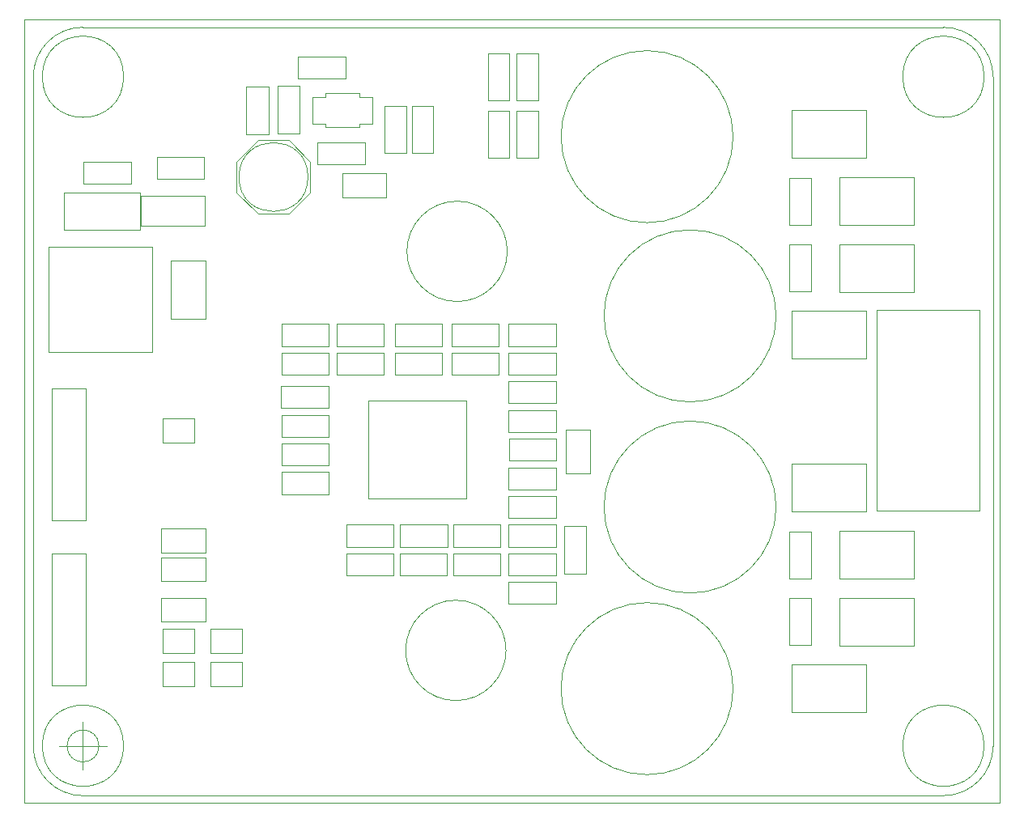
<source format=gbr>
%TF.GenerationSoftware,KiCad,Pcbnew,(6.0.0)*%
%TF.CreationDate,2022-01-08T20:11:28+01:00*%
%TF.ProjectId,ma12070p_amp_v06,6d613132-3037-4307-905f-616d705f7630,rev?*%
%TF.SameCoordinates,Original*%
%TF.FileFunction,Other,User*%
%FSLAX45Y45*%
G04 Gerber Fmt 4.5, Leading zero omitted, Abs format (unit mm)*
G04 Created by KiCad (PCBNEW (6.0.0)) date 2022-01-08 20:11:28*
%MOMM*%
%LPD*%
G01*
G04 APERTURE LIST*
%TA.AperFunction,Profile*%
%ADD10C,0.050000*%
%TD*%
%ADD11C,0.050000*%
G04 APERTURE END LIST*
D10*
X10980000Y-11900000D02*
G75*
G03*
X11500000Y-12420000I520000J0D01*
G01*
X20500000Y-12419376D02*
G75*
G03*
X21019375Y-11899375I0J519376D01*
G01*
X11500000Y-4380000D02*
G75*
G03*
X10980000Y-4900000I0J-520000D01*
G01*
X21019375Y-4900000D02*
G75*
G03*
X20500000Y-4380625I-519375J0D01*
G01*
X21019375Y-4900000D02*
X21019375Y-11899375D01*
X11500000Y-4380000D02*
X20500000Y-4380625D01*
X10980000Y-11900000D02*
X10980000Y-4900000D01*
X20500000Y-12419376D02*
X11500000Y-12420000D01*
D11*
X10890000Y-4298126D02*
X21090000Y-4298126D01*
X21090000Y-4298126D02*
X21090000Y-12498126D01*
X21090000Y-12498126D02*
X10890000Y-12498126D01*
X10890000Y-12498126D02*
X10890000Y-4298126D01*
D10*
X11666667Y-11900000D02*
G75*
G03*
X11666667Y-11900000I-166667J0D01*
G01*
X11250000Y-11900000D02*
X11750000Y-11900000D01*
X11500000Y-11650000D02*
X11500000Y-12150000D01*
D11*
%TO.C,JP10*%
X16800750Y-8590000D02*
X16800750Y-9050000D01*
X16800750Y-8590000D02*
X16550750Y-8590000D01*
X16550750Y-9050000D02*
X16550750Y-8590000D01*
X16550750Y-9050000D02*
X16800750Y-9050000D01*
%TO.C,C27*%
X18910000Y-11050000D02*
X19690000Y-11050000D01*
X19690000Y-11050000D02*
X19690000Y-11550000D01*
X19690000Y-11550000D02*
X18910000Y-11550000D01*
X18910000Y-11550000D02*
X18910000Y-11050000D01*
%TO.C,JP4*%
X12835000Y-11025000D02*
X13165000Y-11025000D01*
X12835000Y-11025000D02*
X12835000Y-11275000D01*
X13165000Y-11275000D02*
X12835000Y-11275000D01*
X13165000Y-11275000D02*
X13165000Y-11025000D01*
%TO.C,C7*%
X14073000Y-7715000D02*
X13577000Y-7715000D01*
X13577000Y-7715000D02*
X13577000Y-7485000D01*
X13577000Y-7485000D02*
X14073000Y-7485000D01*
X14073000Y-7485000D02*
X14073000Y-7715000D01*
%TO.C,C29*%
X16448000Y-9585000D02*
X16448000Y-9815000D01*
X15952000Y-9585000D02*
X16448000Y-9585000D01*
X15952000Y-9815000D02*
X15952000Y-9585000D01*
X16448000Y-9815000D02*
X15952000Y-9815000D01*
%TO.C,CONN4*%
X11170000Y-9537500D02*
X11530000Y-9537500D01*
X11170000Y-8162500D02*
X11170000Y-9537500D01*
X11530000Y-9537500D02*
X11530000Y-8162500D01*
X11530000Y-8162500D02*
X11170000Y-8162500D01*
%TO.C,CIN2*%
X12766750Y-5965000D02*
X12270750Y-5965000D01*
X12270750Y-5735000D02*
X12766750Y-5735000D01*
X12270750Y-5965000D02*
X12270750Y-5735000D01*
X12766750Y-5735000D02*
X12766750Y-5965000D01*
%TO.C,C36*%
X16448000Y-8085000D02*
X16448000Y-8315000D01*
X16448000Y-8315000D02*
X15952000Y-8315000D01*
X15952000Y-8085000D02*
X16448000Y-8085000D01*
X15952000Y-8315000D02*
X15952000Y-8085000D01*
%TO.C,C10*%
X15850000Y-7715000D02*
X15354000Y-7715000D01*
X15850000Y-7485000D02*
X15850000Y-7715000D01*
X15354000Y-7485000D02*
X15850000Y-7485000D01*
X15354000Y-7715000D02*
X15354000Y-7485000D01*
%TO.C,C18*%
X14152000Y-7785000D02*
X14648000Y-7785000D01*
X14152000Y-8015000D02*
X14152000Y-7785000D01*
X14648000Y-7785000D02*
X14648000Y-8015000D01*
X14648000Y-8015000D02*
X14152000Y-8015000D01*
%TO.C,C40*%
X16448000Y-7485000D02*
X16448000Y-7715000D01*
X15952000Y-7715000D02*
X15952000Y-7485000D01*
X15952000Y-7485000D02*
X16448000Y-7485000D01*
X16448000Y-7715000D02*
X15952000Y-7715000D01*
%TO.C,C4*%
X15258000Y-7785000D02*
X15258000Y-8015000D01*
X15258000Y-8015000D02*
X14762000Y-8015000D01*
X14762000Y-8015000D02*
X14762000Y-7785000D01*
X14762000Y-7785000D02*
X15258000Y-7785000D01*
%TO.C,C16*%
X13210000Y-5498000D02*
X13210000Y-5002000D01*
X13210000Y-5002000D02*
X13440000Y-5002000D01*
X13440000Y-5002000D02*
X13440000Y-5498000D01*
X13440000Y-5498000D02*
X13210000Y-5498000D01*
%TO.C,C21*%
X15372000Y-9885000D02*
X15868000Y-9885000D01*
X15868000Y-9885000D02*
X15868000Y-10115000D01*
X15372000Y-10115000D02*
X15372000Y-9885000D01*
X15868000Y-10115000D02*
X15372000Y-10115000D01*
%TO.C,C20*%
X13952000Y-5815000D02*
X13952000Y-5585000D01*
X13952000Y-5585000D02*
X14448000Y-5585000D01*
X14448000Y-5585000D02*
X14448000Y-5815000D01*
X14448000Y-5815000D02*
X13952000Y-5815000D01*
%TO.C,CONN3*%
X11170000Y-11262500D02*
X11530000Y-11262500D01*
X11530000Y-9887500D02*
X11170000Y-9887500D01*
X11530000Y-11262500D02*
X11530000Y-9887500D01*
X11170000Y-9887500D02*
X11170000Y-11262500D01*
%TO.C,CONN2*%
X20880500Y-7340000D02*
X19799500Y-7340000D01*
X20880500Y-9440000D02*
X20880500Y-7340000D01*
X19799500Y-7340000D02*
X19799500Y-9440000D01*
X19799500Y-9440000D02*
X20880500Y-9440000D01*
%TO.C,L2*%
X18300000Y-5525000D02*
G75*
G03*
X18300000Y-5525000I-900000J0D01*
G01*
%TO.C,C23*%
X19410000Y-9650000D02*
X20190000Y-9650000D01*
X20190000Y-9650000D02*
X20190000Y-10150000D01*
X20190000Y-10150000D02*
X19410000Y-10150000D01*
X19410000Y-10150000D02*
X19410000Y-9650000D01*
%TO.C,C42*%
X16765000Y-10098000D02*
X16535000Y-10098000D01*
X16535000Y-9602000D02*
X16765000Y-9602000D01*
X16535000Y-10098000D02*
X16535000Y-9602000D01*
X16765000Y-9602000D02*
X16765000Y-10098000D01*
%TO.C,C34*%
X16450000Y-8685000D02*
X16450000Y-8915000D01*
X15954000Y-8685000D02*
X16450000Y-8685000D01*
X15954000Y-8915000D02*
X15954000Y-8685000D01*
X16450000Y-8915000D02*
X15954000Y-8915000D01*
%TO.C,C15*%
X13765000Y-5491750D02*
X13535000Y-5491750D01*
X13535000Y-4995750D02*
X13765000Y-4995750D01*
X13765000Y-4995750D02*
X13765000Y-5491750D01*
X13535000Y-5491750D02*
X13535000Y-4995750D01*
%TO.C,C25*%
X14748000Y-9885000D02*
X14748000Y-10115000D01*
X14252000Y-9885000D02*
X14748000Y-9885000D01*
X14252000Y-10115000D02*
X14252000Y-9885000D01*
X14748000Y-10115000D02*
X14252000Y-10115000D01*
%TO.C,CONN5*%
X12420000Y-7432500D02*
X12780000Y-7432500D01*
X12780000Y-7432500D02*
X12780000Y-6817500D01*
X12420000Y-6817500D02*
X12420000Y-7432500D01*
X12780000Y-6817500D02*
X12420000Y-6817500D01*
%TO.C,L4*%
X18750000Y-7400000D02*
G75*
G03*
X18750000Y-7400000I-900000J0D01*
G01*
%TO.C,H2*%
X11925000Y-4898126D02*
G75*
G03*
X11925000Y-4898126I-425000J0D01*
G01*
%TO.C,C12*%
X19410000Y-6650000D02*
X20190000Y-6650000D01*
X20190000Y-6650000D02*
X20190000Y-7150000D01*
X20190000Y-7150000D02*
X19410000Y-7150000D01*
X19410000Y-7150000D02*
X19410000Y-6650000D01*
%TO.C,C17*%
X14648000Y-7715000D02*
X14152000Y-7715000D01*
X14648000Y-7485000D02*
X14648000Y-7715000D01*
X14152000Y-7485000D02*
X14648000Y-7485000D01*
X14152000Y-7715000D02*
X14152000Y-7485000D01*
%TO.C,C19*%
X14655000Y-5698000D02*
X14655000Y-5202000D01*
X14885000Y-5202000D02*
X14885000Y-5698000D01*
X14885000Y-5698000D02*
X14655000Y-5698000D01*
X14655000Y-5202000D02*
X14885000Y-5202000D01*
%TO.C,R7*%
X18888000Y-10355000D02*
X19112000Y-10355000D01*
X19112000Y-10355000D02*
X19112000Y-10845000D01*
X19112000Y-10845000D02*
X18888000Y-10845000D01*
X18888000Y-10845000D02*
X18888000Y-10355000D01*
%TO.C,H4*%
X20925000Y-4898126D02*
G75*
G03*
X20925000Y-4898126I-425000J0D01*
G01*
%TO.C,C37*%
X15952000Y-9285000D02*
X16448000Y-9285000D01*
X15952000Y-9515000D02*
X15952000Y-9285000D01*
X16448000Y-9515000D02*
X15952000Y-9515000D01*
X16448000Y-9285000D02*
X16448000Y-9515000D01*
%TO.C,C26*%
X14748000Y-9585000D02*
X14748000Y-9815000D01*
X14748000Y-9815000D02*
X14252000Y-9815000D01*
X14252000Y-9815000D02*
X14252000Y-9585000D01*
X14252000Y-9585000D02*
X14748000Y-9585000D01*
%TO.C,C30*%
X16448000Y-9885000D02*
X16448000Y-10115000D01*
X15952000Y-10115000D02*
X15952000Y-9885000D01*
X16448000Y-10115000D02*
X15952000Y-10115000D01*
X15952000Y-9885000D02*
X16448000Y-9885000D01*
%TO.C,C45*%
X14073000Y-9035000D02*
X14073000Y-9265000D01*
X14073000Y-9265000D02*
X13577000Y-9265000D01*
X13577000Y-9035000D02*
X14073000Y-9035000D01*
X13577000Y-9265000D02*
X13577000Y-9035000D01*
%TO.C,JP2*%
X12335000Y-11025000D02*
X12335000Y-11275000D01*
X12665000Y-11275000D02*
X12335000Y-11275000D01*
X12335000Y-11025000D02*
X12665000Y-11025000D01*
X12665000Y-11275000D02*
X12665000Y-11025000D01*
%TO.C,JP3*%
X12320000Y-10350000D02*
X12780000Y-10350000D01*
X12780000Y-10600000D02*
X12320000Y-10600000D01*
X12320000Y-10350000D02*
X12320000Y-10600000D01*
X12780000Y-10600000D02*
X12780000Y-10350000D01*
%TO.C,C8*%
X18910000Y-5250000D02*
X19690000Y-5250000D01*
X19690000Y-5250000D02*
X19690000Y-5750000D01*
X19690000Y-5750000D02*
X18910000Y-5750000D01*
X18910000Y-5750000D02*
X18910000Y-5250000D01*
%TO.C,R8*%
X15738000Y-5746250D02*
X15738000Y-5256250D01*
X15962000Y-5256250D02*
X15962000Y-5746250D01*
X15962000Y-5746250D02*
X15738000Y-5746250D01*
X15738000Y-5256250D02*
X15962000Y-5256250D01*
%TO.C,C44*%
X13577000Y-8435000D02*
X14073000Y-8435000D01*
X14073000Y-8435000D02*
X14073000Y-8665000D01*
X13577000Y-8665000D02*
X13577000Y-8435000D01*
X14073000Y-8665000D02*
X13577000Y-8665000D01*
%TO.C,C31*%
X16448000Y-10185000D02*
X16448000Y-10415000D01*
X16448000Y-10415000D02*
X15952000Y-10415000D01*
X15952000Y-10415000D02*
X15952000Y-10185000D01*
X15952000Y-10185000D02*
X16448000Y-10185000D01*
%TO.C,JP5*%
X12780000Y-9875000D02*
X12320000Y-9875000D01*
X12780000Y-9875000D02*
X12780000Y-9625000D01*
X12320000Y-9625000D02*
X12780000Y-9625000D01*
X12320000Y-9625000D02*
X12320000Y-9875000D01*
%TO.C,C6*%
X14762000Y-7715000D02*
X14762000Y-7485000D01*
X15258000Y-7715000D02*
X14762000Y-7715000D01*
X14762000Y-7485000D02*
X15258000Y-7485000D01*
X15258000Y-7485000D02*
X15258000Y-7715000D01*
%TO.C,C2*%
X15938232Y-6725000D02*
G75*
G03*
X15938232Y-6725000I-525000J0D01*
G01*
%TO.C,C35*%
X15952000Y-8615000D02*
X15952000Y-8385000D01*
X16448000Y-8615000D02*
X15952000Y-8615000D01*
X15952000Y-8385000D02*
X16448000Y-8385000D01*
X16448000Y-8385000D02*
X16448000Y-8615000D01*
%TO.C,C5*%
X15311750Y-9815000D02*
X14815750Y-9815000D01*
X14815750Y-9815000D02*
X14815750Y-9585000D01*
X14815750Y-9585000D02*
X15311750Y-9585000D01*
X15311750Y-9585000D02*
X15311750Y-9815000D01*
%TO.C,CIN1*%
X12004250Y-6015000D02*
X11508250Y-6015000D01*
X11508250Y-5785000D02*
X12004250Y-5785000D01*
X12004250Y-5785000D02*
X12004250Y-6015000D01*
X11508250Y-6015000D02*
X11508250Y-5785000D01*
%TO.C,L1*%
X12106250Y-6458000D02*
X12106250Y-6142000D01*
X12106250Y-6142000D02*
X12776250Y-6142000D01*
X12776250Y-6142000D02*
X12776250Y-6458000D01*
X12776250Y-6458000D02*
X12106250Y-6458000D01*
%TO.C,R4*%
X19112000Y-6655000D02*
X19112000Y-7145000D01*
X18888000Y-6655000D02*
X19112000Y-6655000D01*
X19112000Y-7145000D02*
X18888000Y-7145000D01*
X18888000Y-7145000D02*
X18888000Y-6655000D01*
%TO.C,L6*%
X18300000Y-11300000D02*
G75*
G03*
X18300000Y-11300000I-900000J0D01*
G01*
%TO.C,C24*%
X19690000Y-9450000D02*
X18910000Y-9450000D01*
X18910000Y-9450000D02*
X18910000Y-8950000D01*
X18910000Y-8950000D02*
X19690000Y-8950000D01*
X19690000Y-8950000D02*
X19690000Y-9450000D01*
%TO.C,H3*%
X11925000Y-11897502D02*
G75*
G03*
X11925000Y-11897502I-425000J0D01*
G01*
%TO.C,C1*%
X15925000Y-10900000D02*
G75*
G03*
X15925000Y-10900000I-525000J0D01*
G01*
%TO.C,R5*%
X18888000Y-9655000D02*
X19112000Y-9655000D01*
X19112000Y-10145000D02*
X18888000Y-10145000D01*
X19112000Y-9655000D02*
X19112000Y-10145000D01*
X18888000Y-10145000D02*
X18888000Y-9655000D01*
%TO.C,JP8*%
X12835000Y-10675000D02*
X13165000Y-10675000D01*
X12835000Y-10675000D02*
X12835000Y-10925000D01*
X13165000Y-10925000D02*
X12835000Y-10925000D01*
X13165000Y-10925000D02*
X13165000Y-10675000D01*
%TO.C,R3*%
X14938000Y-5695000D02*
X14938000Y-5205000D01*
X15162000Y-5205000D02*
X15162000Y-5695000D01*
X14938000Y-5205000D02*
X15162000Y-5205000D01*
X15162000Y-5695000D02*
X14938000Y-5695000D01*
%TO.C,JP6*%
X12335000Y-8475000D02*
X12665000Y-8475000D01*
X12665000Y-8725000D02*
X12665000Y-8475000D01*
X12335000Y-8475000D02*
X12335000Y-8725000D01*
X12665000Y-8725000D02*
X12335000Y-8725000D01*
%TO.C,L5*%
X18750000Y-9400000D02*
G75*
G03*
X18750000Y-9400000I-900000J0D01*
G01*
%TO.C,C43*%
X13572000Y-8135000D02*
X14068000Y-8135000D01*
X13572000Y-8365000D02*
X13572000Y-8135000D01*
X14068000Y-8135000D02*
X14068000Y-8365000D01*
X14068000Y-8365000D02*
X13572000Y-8365000D01*
%TO.C,C9*%
X20190000Y-6450000D02*
X19410000Y-6450000D01*
X19410000Y-6450000D02*
X19410000Y-5950000D01*
X19410000Y-5950000D02*
X20190000Y-5950000D01*
X20190000Y-5950000D02*
X20190000Y-6450000D01*
%TO.C,C28*%
X19410000Y-10350000D02*
X20190000Y-10350000D01*
X20190000Y-10350000D02*
X20190000Y-10850000D01*
X20190000Y-10850000D02*
X19410000Y-10850000D01*
X19410000Y-10850000D02*
X19410000Y-10350000D01*
%TO.C,H1*%
X20925000Y-11897502D02*
G75*
G03*
X20925000Y-11897502I-425000J0D01*
G01*
%TO.C,C22*%
X15868000Y-9815000D02*
X15372000Y-9815000D01*
X15868000Y-9585000D02*
X15868000Y-9815000D01*
X15372000Y-9815000D02*
X15372000Y-9585000D01*
X15372000Y-9585000D02*
X15868000Y-9585000D01*
%TO.C,C38*%
X15952000Y-7785000D02*
X16448000Y-7785000D01*
X16448000Y-7785000D02*
X16448000Y-8015000D01*
X15952000Y-8015000D02*
X15952000Y-7785000D01*
X16448000Y-8015000D02*
X15952000Y-8015000D01*
%TO.C,L3*%
X13878607Y-6106447D02*
X13651501Y-6333553D01*
X13106447Y-6106447D02*
X13106447Y-5788499D01*
X13333553Y-5561393D02*
X13651501Y-5561393D01*
X13651501Y-5561393D02*
X13878607Y-5788499D01*
X13333553Y-6333553D02*
X13106447Y-6106447D01*
X13878607Y-5788499D02*
X13878607Y-6106447D01*
X13651501Y-6333553D02*
X13333553Y-6333553D01*
X13106447Y-5788499D02*
X13333553Y-5561393D01*
X13853207Y-5947473D02*
G75*
G03*
X13853207Y-5947473I-360680J0D01*
G01*
%TO.C,C11*%
X15354000Y-8015000D02*
X15354000Y-7785000D01*
X15850000Y-8015000D02*
X15354000Y-8015000D01*
X15354000Y-7785000D02*
X15850000Y-7785000D01*
X15850000Y-7785000D02*
X15850000Y-8015000D01*
%TO.C,C41*%
X13575000Y-8015000D02*
X13575000Y-7785000D01*
X14071000Y-7785000D02*
X14071000Y-8015000D01*
X14071000Y-8015000D02*
X13575000Y-8015000D01*
X13575000Y-7785000D02*
X14071000Y-7785000D01*
%TO.C,C39*%
X15952000Y-8985000D02*
X16448000Y-8985000D01*
X15952000Y-9215000D02*
X15952000Y-8985000D01*
X16448000Y-8985000D02*
X16448000Y-9215000D01*
X16448000Y-9215000D02*
X15952000Y-9215000D01*
%TO.C,LED1*%
X16262000Y-5146250D02*
X16038000Y-5146250D01*
X16262000Y-4656250D02*
X16262000Y-5146250D01*
X16038000Y-5146250D02*
X16038000Y-4656250D01*
X16038000Y-4656250D02*
X16262000Y-4656250D01*
%TO.C,LED2*%
X15738000Y-4656250D02*
X15962000Y-4656250D01*
X15962000Y-4656250D02*
X15962000Y-5146250D01*
X15962000Y-5146250D02*
X15738000Y-5146250D01*
X15738000Y-5146250D02*
X15738000Y-4656250D01*
%TO.C,R6*%
X16038000Y-5256250D02*
X16262000Y-5256250D01*
X16262000Y-5256250D02*
X16262000Y-5746250D01*
X16262000Y-5746250D02*
X16038000Y-5746250D01*
X16038000Y-5746250D02*
X16038000Y-5256250D01*
%TO.C,C46*%
X13577000Y-8735000D02*
X14073000Y-8735000D01*
X14073000Y-8735000D02*
X14073000Y-8965000D01*
X13577000Y-8965000D02*
X13577000Y-8735000D01*
X14073000Y-8965000D02*
X13577000Y-8965000D01*
%TO.C,JP1*%
X14210000Y-5910750D02*
X14210000Y-6160750D01*
X14210000Y-5910750D02*
X14670000Y-5910750D01*
X14670000Y-6160750D02*
X14670000Y-5910750D01*
X14670000Y-6160750D02*
X14210000Y-6160750D01*
%TO.C,U1*%
X14035014Y-5072200D02*
X14390614Y-5072200D01*
X14525944Y-5389370D02*
X14390614Y-5389370D01*
X14390614Y-5110630D02*
X14525944Y-5110630D01*
X14035014Y-5389370D02*
X13899685Y-5389370D01*
X14390614Y-5427800D02*
X14035014Y-5427800D01*
X13899685Y-5110630D02*
X14035014Y-5110630D01*
X14035014Y-5427800D02*
X14035014Y-5389370D01*
X13899685Y-5389370D02*
X13899685Y-5110630D01*
X14035014Y-5110630D02*
X14035014Y-5072200D01*
X14525944Y-5110630D02*
X14525944Y-5389370D01*
X14390614Y-5072200D02*
X14390614Y-5110630D01*
X14390614Y-5389370D02*
X14390614Y-5427800D01*
%TO.C,C13*%
X18910000Y-7350000D02*
X19690000Y-7350000D01*
X19690000Y-7350000D02*
X19690000Y-7850000D01*
X19690000Y-7850000D02*
X18910000Y-7850000D01*
X18910000Y-7850000D02*
X18910000Y-7350000D01*
%TO.C,R1*%
X11300000Y-6497000D02*
X11300000Y-6113000D01*
X11300000Y-6113000D02*
X12100000Y-6113000D01*
X12100000Y-6497000D02*
X11300000Y-6497000D01*
X12100000Y-6113000D02*
X12100000Y-6497000D01*
%TO.C,U2*%
X15512000Y-8286000D02*
X14488000Y-8286000D01*
X15512000Y-9310000D02*
X15512000Y-8286000D01*
X14488000Y-9310000D02*
X15512000Y-9310000D01*
X14488000Y-8286000D02*
X14488000Y-9310000D01*
%TO.C,JP7*%
X12335000Y-10675000D02*
X12335000Y-10925000D01*
X12335000Y-10675000D02*
X12665000Y-10675000D01*
X12665000Y-10925000D02*
X12335000Y-10925000D01*
X12665000Y-10925000D02*
X12665000Y-10675000D01*
%TO.C,C3*%
X14812000Y-10115000D02*
X14812000Y-9885000D01*
X15308000Y-9885000D02*
X15308000Y-10115000D01*
X15308000Y-10115000D02*
X14812000Y-10115000D01*
X14812000Y-9885000D02*
X15308000Y-9885000D01*
%TO.C,C14*%
X13752000Y-4915000D02*
X13752000Y-4685000D01*
X14248000Y-4685000D02*
X14248000Y-4915000D01*
X13752000Y-4685000D02*
X14248000Y-4685000D01*
X14248000Y-4915000D02*
X13752000Y-4915000D01*
%TO.C,JP9*%
X12320000Y-9925000D02*
X12320000Y-10175000D01*
X12320000Y-9925000D02*
X12780000Y-9925000D01*
X12780000Y-10175000D02*
X12320000Y-10175000D01*
X12780000Y-10175000D02*
X12780000Y-9925000D01*
%TO.C,CONN1*%
X12221000Y-7775000D02*
X12221000Y-6675000D01*
X11140000Y-7775000D02*
X12221000Y-7775000D01*
X11140000Y-6675000D02*
X11140000Y-7775000D01*
X12221000Y-6675000D02*
X11140000Y-6675000D01*
%TO.C,R2*%
X18888000Y-5955000D02*
X19112000Y-5955000D01*
X18888000Y-6445000D02*
X18888000Y-5955000D01*
X19112000Y-6445000D02*
X18888000Y-6445000D01*
X19112000Y-5955000D02*
X19112000Y-6445000D01*
%TD*%
M02*

</source>
